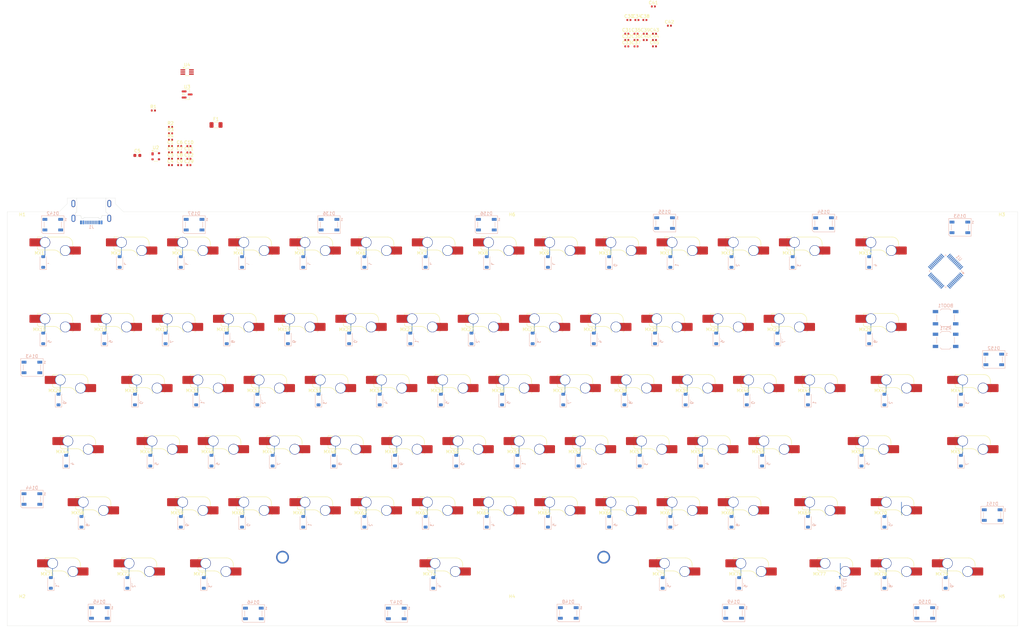
<source format=kicad_pcb>
(kicad_pcb (version 20241229) (generator "pcbnew") (generator_version "9.0")
  (layers (0 "F.Cu" signal) (2 "B.Cu" signal) (13 "F.Paste" user) (15 "B.Paste" user) (5 "F.SilkS" user "F.Silkscreen") (7 "B.SilkS" user "B.Silkscreen") (1 "F.Mask" user) (3 "B.Mask" user) (25 "Edge.Cuts" user))
  (net 0 "")
  (net 1 "BOOT0")
  (net 2 "+3V3")
  (net 3 "GND")
  (net 4 "NRST")
  (net 5 "+5V")
  (net 6 "Net-(D1-A)")
  (net 7 "ROW0")
  (net 8 "Net-(D2-A)")
  (net 9 "Net-(D3-A)")
  (net 10 "Net-(D4-A)")
  (net 11 "Net-(D5-A)")
  (net 12 "Net-(D6-A)")
  (net 13 "Net-(D7-A)")
  (net 14 "Net-(D8-A)")
  (net 15 "Net-(D9-A)")
  (net 16 "Net-(D10-A)")
  (net 17 "Net-(D11-A)")
  (net 18 "Net-(D12-A)")
  (net 19 "Net-(D13-A)")
  (net 20 "Net-(D14-A)")
  (net 21 "ROW1")
  (net 22 "Net-(D15-A)")
  (net 23 "Net-(D16-A)")
  (net 24 "Net-(D17-A)")
  (net 25 "Net-(D18-A)")
  (net 26 "Net-(D19-A)")
  (net 27 "Net-(D20-A)")
  (net 28 "Net-(D21-A)")
  (net 29 "Net-(D22-A)")
  (net 30 "Net-(D23-A)")
  (net 31 "Net-(D24-A)")
  (net 32 "Net-(D25-A)")
  (net 33 "Net-(D26-A)")
  (net 34 "Net-(D27-A)")
  (net 35 "Net-(D28-A)")
  (net 36 "ROW2")
  (net 37 "Net-(D29-A)")
  (net 38 "Net-(D30-A)")
  (net 39 "Net-(D31-A)")
  (net 40 "Net-(D32-A)")
  (net 41 "Net-(D33-A)")
  (net 42 "Net-(D34-A)")
  (net 43 "Net-(D35-A)")
  (net 44 "Net-(D36-A)")
  (net 45 "Net-(D37-A)")
  (net 46 "Net-(D38-A)")
  (net 47 "Net-(D39-A)")
  (net 48 "Net-(D40-A)")
  (net 49 "Net-(D41-A)")
  (net 50 "Net-(D42-A)")
  (net 51 "Net-(D43-A)")
  (net 52 "ROW3")
  (net 53 "Net-(D44-A)")
  (net 54 "Net-(D45-A)")
  (net 55 "Net-(D46-A)")
  (net 56 "Net-(D47-A)")
  (net 57 "Net-(D48-A)")
  (net 58 "Net-(D49-A)")
  (net 59 "Net-(D50-A)")
  (net 60 "Net-(D51-A)")
  (net 61 "Net-(D52-A)")
  (net 62 "Net-(D53-A)")
  (net 63 "Net-(D54-A)")
  (net 64 "Net-(D55-A)")
  (net 65 "Net-(D56-A)")
  (net 66 "Net-(D57-A)")
  (net 67 "ROW4")
  (net 68 "Net-(D58-A)")
  (net 69 "Net-(D59-A)")
  (net 70 "Net-(D60-A)")
  (net 71 "Net-(D61-A)")
  (net 72 "Net-(D62-A)")
  (net 73 "Net-(D63-A)")
  (net 74 "Net-(D64-A)")
  (net 75 "Net-(D65-A)")
  (net 76 "Net-(D66-A)")
  (net 77 "Net-(D67-A)")
  (net 78 "Net-(D68-A)")
  (net 79 "Net-(D69-A)")
  (net 80 "Net-(D70-A)")
  (net 81 "ROW5")
  (net 82 "Net-(D71-A)")
  (net 83 "Net-(D72-A)")
  (net 84 "Net-(D73-A)")
  (net 85 "Net-(D74-A)")
  (net 86 "Net-(D75-A)")
  (net 87 "Net-(D76-A)")
  (net 88 "Net-(D77-A)")
  (net 89 "Net-(D78-A)")
  (net 90 "Net-(D79-A)")
  (net 91 "CAPSLOCK")
  (net 92 "RGB-data-1")
  (net 93 "Net-(D142-DOUT)")
  (net 94 "RGB5v")
  (net 95 "Net-(D143-DOUT)")
  (net 96 "Net-(D144-DOUT)")
  (net 97 "Net-(D145-DOUT)")
  (net 98 "Net-(D146-DOUT)")
  (net 99 "Net-(D147-DOUT)")
  (net 100 "Net-(D148-DOUT)")
  (net 101 "Net-(D149-DOUT)")
  (net 102 "Net-(D150-DOUT)")
  (net 103 "Net-(D151-DOUT)")
  (net 104 "Net-(D152-DOUT)")
  (net 105 "Net-(D153-DOUT)")
  (net 106 "Net-(D154-DOUT)")
  (net 107 "Net-(D155-DOUT)")
  (net 109 "VBUS")
  (net 110 "D-")
  (net 112 "Net-(J1-CC1)")
  (net 113 "D+")
  (net 115 "Net-(J1-CC2)")
  (net 116 "COL0")
  (net 117 "COL1")
  (net 118 "COL2")
  (net 119 "COL3")
  (net 120 "COL4")
  (net 121 "COL5")
  (net 122 "COL6")
  (net 123 "COL7")
  (net 124 "COL8")
  (net 125 "COL9")
  (net 126 "COL10")
  (net 127 "COL11")
  (net 128 "COL12")
  (net 129 "COL13")
  (net 130 "Net-(R3-Pad2)")
  (net 131 "RGB3.3")
  (net 132 "+3.3V")
  (net 133 "SWD")
  (net 138 "SWCLK")
  (net 142 "SCL")
  (net 143 "SDA")
  (footprint "PCM_marbastlib-mx:SW_MX_HS_CPG151101S11_1u" (layer "F.Cu") (at 242.8875 100.0125)
    (property "Reference" "MX54")
    (property "Value" "MX_SW_HS")
  )
  (footprint "PCM_marbastlib-mx:SW_MX_HS_CPG151101S11_1u" (layer "F.Cu") (at 42.8625 80.9625)
    (property "Reference" "MX29")
    (property "Value" "MX_SW_HS")
  )
  (footprint "PCM_marbastlib-mx:SW_MX_HS_CPG151101S11_1u" (layer "F.Cu") (at 95.25 61.9125)
    (property "Reference" "MX18")
    (property "Value" "MX_SW_HS")
  )
  (footprint "Resistor_SMD:R_0402_1005Metric" (layer "F.Cu") (at 74.67 -2.93)
    (property "Reference" "R2")
    (property "Value" "5.1k")
  )
  (footprint "Capacitor_SMD:C_0402_1005Metric" (layer "F.Cu") (at 219.61 -28.06)
    (property "Reference" "C37")
    (property "Value" "0.1uF")
  )
  (footprint "PCM_marbastlib-mx:SW_MX_HS_CPG151101S11_1u" (layer "F.Cu") (at 176.2125 119.0625)
    (property "Reference" "MX64")
    (property "Value" "MX_SW_HS")
  )
  (footprint "Capacitor_SMD:C_0402_1005Metric" (layer "F.Cu") (at 222.48 -30.03)
    (property "Reference" "C40")
    (property "Value" "0.1uF")
  )
  (footprint "PCM_marbastlib-mx:SW_MX_HS_CPG151101S11_1u" (layer "F.Cu") (at 276.225 80.9625)
    (property "Reference" "MX41")
    (property "Value" "MX_SW_HS")
  )
  (footprint "Capacitor_SMD:C_0402_1005Metric" (layer "F.Cu") (at 216.74 -30.03)
    (property "Reference" "C32")
    (property "Value" "0.1uF")
  )
  (footprint "PCM_marbastlib-mx:SW_MX_HS_CPG151101S11_1u" (layer "F.Cu") (at 180.975 80.9625)
    (property "Reference" "MX36")
    (property "Value" "MX_SW_HS")
  )
  (footprint "PCM_marbastlib-mx:SW_MX_HS_CPG151101S11_1u" (layer "F.Cu") (at 319.087 138.1125)
    (property "Reference" "MX79")
    (property "Value" "MX_SW_HS")
  )
  (footprint "Capacitor_SMD:C_0402_1005Metric" (layer "F.Cu") (at 225.35 -30.03)
    (property "Reference" "C44")
    (property "Value" "0.1uF")
  )
  (footprint "MountingHole:MountingHole_3.2mm_M3" (layer "F.Cu") (at 181 147.5)
    (property "Reference" "H4")
    (property "Value" "MountingHole_Pad")
  )
  (footprint "Resistor_SMD:R_0402_1005Metric" (layer "F.Cu") (at 69.32 -8.07)
    (property "Reference" "R1")
    (property "Value" "5.1k")
  )
  (footprint "PCM_marbastlib-mx:SW_MX_HS_CPG151101S11_1u" (layer "F.Cu") (at 166.6875 100.0125)
    (property "Reference" "MX50")
    (property "Value" "MX_SW_HS")
  )
  (footprint "PCM_marbastlib-mx:SW_MX_HS_CPG151101S11_1u" (layer "F.Cu") (at 176.2125 38.1)
    (property "Reference" "MX8")
    (property "Value" "MX_SW_HS")
  )
  (footprint "MountingHole:MountingHole_3.2mm_M3" (layer "F.Cu") (at 333.5 147.5)
    (property "Reference" "H5")
    (property "Value" "MountingHole_Pad")
  )
  (footprint "PCM_marbastlib-mx:SW_MX_HS_CPG151101S11_1u" (layer "F.Cu") (at 261.9375 100.0125)
    (property "Reference" "MX55")
    (property "Value" "MX_SW_HS")
  )
  (footprint "MountingHole:MountingHole_3.2mm_M3" (layer "F.Cu") (at 181 28.5)
    (property "Reference" "H6")
    (property "Value" "MountingHole_Pad")
  )
  (footprint "PCM_marbastlib-mx:SW_MX_HS_CPG151101S11_1u" (layer "F.Cu") (at 66.675 80.9625)
    (property "Reference" "MX30")
    (property "Value" "MX_SW_HS")
  )
  (footprint "Capacitor_SMD:C_0402_1005Metric" (layer "F.Cu") (at 80.39 6.97)
    (property "Reference" "C12")
    (property "Value" "0.1uF")
  )
  (footprint "PCM_marbastlib-mx:SW_MX_HS_CPG151101S11_1u" (layer "F.Cu") (at 38.1 38.1)
    (property "Reference" "MX1")
    (property "Value" "MX_SW_HS")
  )
  (footprint "Fuse:Fuse_1206_3216Metric" (layer "F.Cu") (at 88.83 -3.57)
    (property "Reference" "F1")
    (property "Value" "500mA")
  )
  (footprint "PCM_marbastlib-mx:SW_MX_HS_CPG151101S11_1u" (layer "F.Cu") (at 71.4375 100.0125)
    (property "Reference" "MX45")
    (property "Value" "MX_SW_HS")
  )
  (footprint "PCM_marbastlib-mx:SW_MX_HS_CPG151101S11_1u" (layer "F.Cu") (at 238.125 80.9625)
    (property "Reference" "MX39")
    (property "Value" "MX_SW_HS")
  )
  (footprint "PCM_marbastlib-mx:SW_MX_HS_CPG151101S11_1u" (layer "F.Cu") (at 190.5 61.9125)
    (property "Reference" "MX23")
    (property "Value" "MX_SW_HS")
  )
  (footprint "Package_TO_SOT_SMD:SOT-363_SC-70-6_Handsoldering" (layer "F.Cu") (at 79.83 -20.07)
    (property "Reference" "U4")
    (property "Value" "TXB0101")
  )
  (footprint "PCM_marbastlib-mx:SW_MX_HS_CPG151101S11_1u" (layer "F.Cu") (at 247.65 61.9125)
    (property "Reference" "MX26")
    (property "Value" "MX_SW_HS")
  )
  (footprint "PCM_marbastlib-mx:SW_MX_HS_CPG151101S11_1u" (layer "F.Cu") (at 138.1125 119.0625)
    (property "Reference" "MX62")
    (property "Value" "MX_SW_HS")
  )
  (footprint "PCM_marbastlib-mx:SW_MX_HS_CPG151101S11_1u" (layer "F.Cu") (at 50.00625 119.0625)
    (property "Reference" "MX58")
    (property "Value" "MX_SW_HS")
  )
  (footprint "PCM_marbastlib-mx:SW_MX_HS_CPG151101S11_1u" (layer "F.Cu") (at 257.175 80.9625)
    (property "Reference" "MX40")
    (property "Value" "MX_SW_HS")
  )
  (footprint "PCM_marbastlib-mx:SW_MX_HS_CPG151101S11_1u" (layer "F.Cu") (at 204.7875 100.0125)
    (property "Reference" "MX52")
    (property "Value" "MX_SW_HS")
  )
  (footprint "PCM_marbastlib-mx:SW_MX_HS_CPG151101S11_1u" (layer "F.Cu") (at 300.037 119.0625)
    (property "Reference" "MX70")
    (property "Value" "MX_SW_HS")
  )
  (footprint "PCM_marbastlib-mx:SW_MX_HS_CPG151101S11_1u" (layer "F.Cu") (at 119.0625 119.0625)
    (property "Reference" "MX61")
    (property "Value" "MX_SW_HS")
  )
  (footprint "PCM_marbastlib-mx:SW_MX_HS_CPG151101S11_1u" (layer "F.Cu") (at 295.275 38.1)
    (property "Reference" "MX14")
    (property "Value" "MX_SW_HS")
  )
  (footprint "Capacitor_SMD:C_0402_1005Metric" (layer "F.Cu") (at 216.74 -32)
    (property "Reference" "C31")
    (property "Value" "0.1uF")
  )
  (footprint "PCM_marbastlib-mx:SW_MX_HS_CPG151101S11_1u" (layer "F.Cu") (at 119.0625 38.1)
    (property "Reference" "MX5")
    (property "Value" "MX_SW_HS")
  )
  (footprint "PCM_marbastlib-mx:SW_MX_HS_CPG151101S11_1u" (layer "F.Cu") (at 252.4125 119.0625)
    (property "Reference" "MX68")
    (property "Value" "MX_SW_HS")
  )
  (footprint "PCM_marbastlib-mx:SW_MX_HS_CPG151101S11_1u" (layer "F.Cu") (at 300.0375 80.9625)
    (property "Reference" "MX42")
    (property "Value" "MX_SW_HS")
  )
  (footprint "PCM_marbastlib-mx:SW_MX_HS_CPG151101S11_1u" (layer "F.Cu") (at 254.79375 138.1125)
    (property "Reference" "MX76")
    (property "Value" "MX_SW_HS")
  )
  (footprint "PCM_marbastlib-mx:SW_MX_HS_CPG151101S11_1u" (layer "F.Cu") (at 161.925 80.9625)
    (property "Reference" "MX35")
    (property "Value" "MX_SW_HS")
  )
  (footprint "PCM_marbastlib-mx:SW_MX_HS_CPG151101S11_1u" (layer "F.Cu") (at 300.037 138.1125)
    (property "Reference" "MX78")
    (property "Value" "MX_SW_HS")
  )
  (footprint "PCM_marbastlib-mx:SW_MX_HS_CPG151101S11_1u" (layer "F.Cu") (at 233.3625 38.1)
    (property "Reference" "MX11")
    (property "Value" "MX_SW_HS")
  )
  (footprint "PCM_marbastlib-mx:SW_MX_HS_CPG151101S11_1u" (layer "F.Cu") (at 214.3125 38.1)
    (property "Reference" "MX10")
    (property "Value" "MX_SW_HS")
  )
  (footprint "PCM_marbastlib-mx:SW_MX_HS_CPG151101S11_1u" (layer "F.Cu") (at 138.1125 38.1)
    (property "Reference" "MX6")
    (property "Value" "MX_SW_HS")
  )
  (footprint "Capacitor_SMD:C_0402_1005Metric" (layer "F.Cu") (at 77.52 3.03)
    (property "Reference" "C6")
    (property "Value" "100nF")
  )
  (footprint "Resistor_SMD:R_0402_1005Metric" (layer "F.Cu") (at 74.67 1.05)
    (property "Reference" "R4")
    (property "Value" "5.1k")
  )
  (footprint "PCM_marbastlib-mx:SW_MX_HS_CPG151101S11_1u" (layer "F.Cu") (at 214.3125 119.0625)
    (property "Reference" "MX66")
    (property "Value" "MX_SW_HS")
  )
  (footprint "Capacitor_SMD:C_0402_1005Metric" (layer "F.Cu") (at 80.39 5)
    (property "Reference" "C11")
    (property "Value" "0.1uF")
  )
  (footprint "PCM_marbastlib-mx:SW_MX_HS_CPG151101S11_1u" (layer "F.Cu") (at 276.225 119.0625)
    (property "Reference" "MX69")
    (property "Value" "MX_SW_HS")
  )
  (footprint "PCM_marbastlib-mx:SW_MX_HS_CPG151101S11_1u" (layer "F.Cu") (at 80.9625 38.1)
    (property "Reference" "MX3")
    (property "Value" "MX_SW_HS")
  )
  (footprint "PCM_marbastlib-mx:SW_MX_HS_CPG151101S11_1u" (layer "F.Cu") (at 280.987 138.1125)
    (property "Reference" "MX77")
    (property "Value" "MX_SW_HS")
  )
  (footprint "Capacitor_SMD:C_0402_1005Metric" (layer "F.Cu") (at 74.65 6.97)
    (property "Reference" "C3")
    (property "Value" "1uF")
  )
  (footprint "PCM_marbastlib-mx:SW_MX_HS_CPG151101S11_1u" (layer "F.Cu") (at 85.725 80.9625)
    (property "Reference" "MX31")
    (property "Value" "MX_SW_HS")
  )
  (footprint "Capacitor_SMD:C_0402_1005Metric" (layer "F.Cu") (at 230 -34.5)
    (property "Reference" "C42")
    (property "Value" "0.1uF")
  )
  (footprint "Capacitor_SMD:C_0402_1005Metric" (layer "F.Cu") (at 216.74 -28.06)
    (property "Reference" "C33")
    (property "Value" "0.1uF")
  )
  (footprint "PCM_marbastlib-mx:SW_MX_HS_CPG151101S11_1u" (layer "F.Cu") (at 114.3 61.9125)
    (property "Reference" "MX19")
    (property "Value" "MX_SW_HS")
  )
  (footprint "Capacitor_SMD:C_0603_1608Metric" (layer "F.Cu") (at 64.33 5.93)
    (property "Reference" "C5")
    (property "Value" "10uF")
  )
  (footprint "PCM_marbastlib-mx:SW_MX_HS_CPG151101S11_1u" (layer "F.Cu") (at 252.4125 38.1)
    (property "Reference" "MX12")
    (property "Value" "MX_SW_HS")
  )
  (footprint "PCM_marbastlib-mx:SW_MX_HS_CPG151101S11_1u" (layer "F.Cu") (at 100.0125 119.0625)
    (property "Reference" "MX60")
    (property "Value" "MX_SW_HS")
  )
  (footprint "PCM_marbastlib-mx:SW_MX_HS_CPG151101S11_1u" (layer "F.Cu") (at 219.075 80.9625)
    (property "Reference" "MX38")
    (property "Value" "MX_SW_HS")
  )
  (footprint "Capacitor_SMD:C_0402_1005Metric" (layer "F.Cu") (at 219.61 -30.03)
    (property "Reference" "C36")
    (property "Value" "0.1uF")
  )
  (footprint "PCM_marbastlib-mx:SW_MX_HS_CPG151101S11_1u" (layer "F.Cu") (at 295.275 61.9125)
    (property "Reference" "MX28")
    (property "Value" "MX_SW_HS")
  )
  (footprint "PCM_marbastlib-mx:SW_MX_HS_CPG151101S11_1u" (layer "F.Cu") (at 142.875 80.9625)
    (property "Reference" "MX34")
    (property "Value" "MX_SW_HS")
  )
  (footprint "PCM_marbastlib-mx:SW_MX_HS_CPG151101S11_1u" (layer "F.Cu") (at 228.6 61.9125)
    (property "Reference" "MX25")
    (property "Value" "MX_SW_HS")
  )
  (footprint "PCM_marbastlib-mx:SW_MX_HS_CPG151101S11_1u" (layer "F.Cu") (at 61.9125 38.1)
    (property "Reference" "MX2")
    (property "Value" "MX_SW_HS")
  )
  (footprint "Capacitor_SMD:C_0402_1005Metric" (layer "F.Cu") (at 74.65 8.94)
    (property "Reference" "C4")
    (property "Value" "100nF")
  )
  (footprint "Resistor_SMD:R_0402_1005Metric" (layer "F.Cu") (at 74.67 -0.94)
    (property "Reference" "R3")
    (property "Value" "5.1k")
  )
  (footprint "Capacitor_SMD:C_0402_1005Metric" (layer "F.Cu") (at 225.35 -32)
    (property "Reference" "C43")
    (property "Value" "0.1uF")
  )
  (footprint "PCM_marbastlib-mx:SW_MX_HS_CPG151101S11_1u" (layer "F.Cu") (at 123.825 80.9625)
    (property "Reference" "MX33")
    (property "Value" "MX_SW_HS")
  )
  (footprint "Package_TO_SOT_SMD:SOT-143" (layer "F.Cu") (at 70.07 6.185)
    (property "Reference" "U2")
    (property "Value" "PRTR5V0U2X")
  )
  (footprint "Capacitor_SMD:C_0402_1005Metric" (layer "F.Cu") (at 74.65 5)
    (property "Reference" "C2")
    (property "Value" "1uF")
  )
  (footprint "PCM_marbastlib-mx:SW_MX_HS_CPG151101S11_1u" (layer "F.Cu") (at 195.2625 119.0625)
    (property "Reference" "MX65")
    (property "Value" "MX_SW_HS")
  )
  (footprint "PCM_marbastlib-mx:SW_MX_HS_CPG151101S11_1u" (layer "F.Cu") (at 159.54375 138.1125)
    (property "Reference" "MX74")
    (property "Value" "MX_SW_HS")
  )
  (footprint "PCM_marbastlib-mx:SW_MX_HS_CPG151101S11_1u" (layer "F.Cu") (at 266.7 61.9125)
    (property "Reference" "MX27")
    (property "Value" "MX_SW_HS")
  )
  (footprint "PCM_marbastlib-mx:SW_MX_HS_CPG151101S11_1u" (layer "F.Cu") (at 223.8375 100.0125)
    (property "Reference" "MX53")
    (property "Value" "MX_SW_HS")
  )
  (footprint "Capacitor_SMD:C_0402_1005Metric" (layer "F.Cu") (at 222.48 -32)
    (property "Reference" "C39")
    (property "Value" "0.1uF")
  )
  (footprint "PCM_marbastlib-mx:SW_MX_HS_CPG151101S11_1u" (layer "F.Cu") (at 271.4625 38.1)
    (property "Reference" "MX13")
    (property "Value" "MX_SW_HS")
  )
  (footprint "Capacitor_SMD:C_0402_1005Metric" (layer "F.Cu") (at 74.65 3.03)
    (property "Reference" "C1")
    (property "Value" "100nF")
  )
  (footprint "MountingHole:MountingHole_3.2mm_M3" (layer "F.Cu") (at 28.5 28.5)
    (property "Reference" "H1")
    (property "Value" "MountingHole_Pad")
  )
  (footprint "PCM_marbastlib-mx:SW_MX_HS_CPG151101S11_1u" (layer "F.Cu") (at 209.55 61.9125)
    (property "Reference" "MX24")
    (property "Value" "MX_SW_HS")
  )
  (footprint "PCM_marbastlib-mx:SW_MX_HS_CPG151101S11_1u" (layer "F.Cu") (at 323.8495 100.0125)
    (property "Reference" "MX57")
    (property "Value" "MX_SW_HS")
  )
  (footprint "Capacitor_SMD:C_0402_1005Metric" (layer "F.Cu") (at 80.39 3.03)
    (property "Reference" "C10")
    (property "Value" "100nF")
  )
  (footprint "PCM_marbastlib-mx:SW_MX_HS_CPG151101S11_1u" (layer "F.Cu") (at 104.775 80.9625)
    (property "Reference" "MX32")
    (property "Value" "MX_SW_HS")
  )
  (footprint "PCM_marbastlib-mx:SW_MX_HS_CPG151101S11_1u" (layer "F.Cu") (at 90.4875 100.0125)
    (property "Reference" "MX46")
    (property "Value" "MX_SW_HS")
  )
  (footprint "PCM_marbastlib-mx:SW_MX_HS_CPG151101S11_1u" (layer "F.Cu") (at 152.4 61.9125)
    (property "Reference" "MX21")
    (property "Value" "MX_SW_HS")
  )
  (footprint "Capacitor_SMD:C_0402_1005Metric" (layer "F.Cu") (at 77.52 8.94)
    (property "Reference" "C9")
    (property "Value" "100nF")
  )
  (footprint "Capacitor_SMD:C_0402_1005Metric" (layer "F.Cu") (at 77.52 6.97)
    (property "Reference" "C8")
    (property "Value" "100nF")
  )
  (footprint "PCM_marbastlib-mx:SW_MX_HS_CPG151101S11_1u" (layer "F.Cu") (at 64.29375 138.1125)
    (property "Reference" "MX72")
    (property "Value" "MX_SW_HS")
  )
  (footprint "PCM_marbastlib-mx:SW_MX_HS_CPG151101S11_1u" (layer "F.Cu") (at 157.1625 38.1)
    (property "Reference" "MX7")
    (property "Value" "MX_SW_HS")
  )
  (footprint "PCM_marbastlib-mx:SW_MX_HS_CPG151101S11_1u" (layer "F.Cu") (at 323.8495 80.9625)
    (property "Reference" "MX43")
    (property "Value" "MX_SW_HS")
  )
  (footprint "Capacitor_SMD:C_0402_1005Metric" (layer "F.Cu") (at 219.61 -32)
    (property "Reference" "C35")
    (property "Value" "0.1uF")
  )
  (footprint "PCM_marbastlib-mx:SW_MX_HS_CPG151101S11_1u" (layer "F.Cu") (at 45.24375 100.0125)
    (property "Reference" "MX44")
    (property "Value" "MX_SW_HS")
  )
  (footprint "Capacitor_SMD:C_0402_1005Metric" (layer "F.Cu") (at 219.89 -36.28)
    (property "Reference" "C34")
    (property "Value" "0.1uF")
  )
  (footprint "PCM_marbastlib-mx:SW_MX_HS_CPG151101S11_1u" (layer "F.Cu") (at 147.6375 100.0125)
    (property "Reference" "MX49")
    (property "Value" "MX_SW_HS")
  )
  (footprint "PCM_marbastlib-mx:SW_MX_HS_CPG151101S11_1u" (layer "F.Cu") (at 233.3625 119.0625)
    (property "Reference" "MX67")
    (property "Value" "MX_SW_HS")
  )
  (footprint "PCM_marbastlib-mx:SW_MX_HS_CPG151101S11_1u" (layer "F.Cu") (at 57.15 61.9125)
    (property "Reference" "MX16")
    (property "Value" "MX_SW_HS")
  )
  (footprint "MountingHole:MountingHole_3.2mm_M3" (layer "F.Cu") (at 333.5 28.5)
    (property "Reference" "H3")
    (property "Value" "MountingHole_Pad")
  )
  (footprint "PCM_marbastlib-mx:SW_MX_HS_CPG151101S11_1u" (layer "F.Cu") (at 88.10625 138.1125)
    (property "Reference" "MX73")
    (property "Value" "MX_SW_HS")
  )
  (footprint "PCM_marbastlib-mx:SW_MX_HS_CPG151101S11_1u" (layer "F.Cu") (at 128.5875 100.0125)
    (property "Reference" "MX48")
    (property "Value" "MX_SW_HS")
  )
  (footprint "PCM_marbastlib-mx:SW_MX_HS_CPG151101S11_1u" (layer "F.Cu") (at 157.1625 119.0625)
    (property "Reference" "MX63")
    (property "Value" "MX_SW_HS")
  )
  (footprint "Capacitor_SMD:C_0402_1005Metric" (layer "F.Cu") (at 77.52 5)
    (property "Reference" "C7")
    (property "Value" "100nF")
  )
  (footprint "PCM_marbastlib-mx:SW_MX_HS_CPG151101S11_1u" (layer "F.Cu") (at 185.7375 100.0125)
    (property "Reference" "MX51")
    (property "Value" "MX_SW_HS")
  )
  (footprint "Capacitor_SMD:C_0402_1005Metric" (layer "F.Cu") (at 225 -40.5)
    (property "Reference" "C41")
    (property "Value" "0.1uF")
  )
  (footprint "MountingHole:MountingHole_3.2mm_M3" (layer "F.Cu") (at 28.5 147.5)
    (property "Reference" "H2")
    (property "Value" "MountingHole_Pad")
  )
  (footprint "PCM_marbastlib-mx:SW_MX_HS_CPG151101S11_1u" (layer "F.Cu") (at 133.35 61.9125)
    (property "Reference" "MX20")
    (property "Value" "MX_SW_HS")
  )
  (footprint "Capacitor_SMD:C_0402_1005Metric" (layer "F.Cu") (at 225.35 -28.06)
    (property "Reference" "C45")
    (property "Value" "0.1uF")
  )
  (footprint "PCM_marbastlib-mx:SW_MX_HS_CPG151101S11_1u" (layer "F.Cu") (at 38.1 61.9125)
    (property "Reference" "MX15")
    (property "Value" "MX_SW_HS")
  )
  (footprint "PCM_marbastlib-mx:SW_MX_HS_CPG151101S11_1u" (layer "F.Cu") (at 76.2 61.9125)
    (property "Reference" "MX17")
    (property "Value" "MX_SW_HS")
  )
  (footprint "PCM_marbastlib-mx:SW_MX_HS_CPG151101S11_1u" (layer "F.Cu") (at 100.0125 38.1)
    (property "Reference" "MX4")
    (property "Value" "MX_SW_HS")
  )
  (footprint "Package_TO_SOT_SMD:SOT-23" (layer "F.Cu") (at 79.83 -13.07)
    (property "Reference" "U3")
    (property "Value" "XC6206PxxxMR-Regulator_Linear")
  )
  (footprint "PCM_marbastlib-mx:SW_MX_HS_CPG151101S11_1u" (layer "F.Cu") (at 171.45 61.9125)
    (property "Reference" "MX22")
    (property "Value" "MX_SW_HS")
  )
  (footprint "PCM_marbastlib-mx:SW_MX_HS_CPG151101S11_1u" (layer "F.Cu") (at 80.9625 119.0625)
    (property "Reference" "MX59")
    (property "Value" "MX_SW_HS")
  )
  (footprint "PCM_marbastlib-mx:SW_MX_HS_CPG151101S11_1u" (layer "F.Cu") (at 230.98125 138.1125)
    (property "Reference" "MX75")
    (property "Value" "MX_SW_HS")
  )
  (footprint "PCM_marbastlib-mx:STAB_MX_P_6.25u" (layer "F.Cu") (at 159.54375 138.1125)
    (property "Reference" "S1" (hide yes))
    (property "Value" "MX_stab")
  )
  (footprint "PCM_marbastlib-mx:SW_MX_HS_CPG151101S11_1u" (layer "F.Cu") (at 40.48125 138.1125)
    (property "Reference" "MX71")
    (property "Value" "MX_SW_HS")
  )
  (footprint "Capacitor_SMD:C_0402_1005Metric" (layer "F.Cu") (at 222.37 -36.28)
    (property "Reference" "C38")
    (property "Value" "0.1uF")
  )
  (footprint "Capacitor_SMD:C_0402_1005Metric" (layer "F.Cu") (at 217.39 -36.28)
    (property "Reference" "C30")
    (property "Value" "0.1uF")
  )
  (footprint "PCM_marbastlib-mx:SW_MX_HS_CPG151101S11_1u" (layer "F.Cu") (at 200.025 80.9625)
    (property "Reference" "MX37")
    (property "Value" "MX_SW_HS")
  )
  (footprint "PCM_marbastlib-mx:SW_MX_HS_CPG151101S11_1u" (layer "F.Cu") (at 109.5375 100.0125)
    (property "Reference" "MX47")
    (property "Value" "MX_SW_HS")
  )
  (footprint "Capacitor_SMD:C_0402_1005Metric" (layer "F.Cu") (at 80.39 8.94)
    (property "Reference" "C29")
    (property "Value" "0.1uF")
  )
  (footprint "PCM_marbastlib-mx:SW_MX_HS_CPG151101S11_1u" (layer "F.Cu") (at 195.2625 38.1)
    (property "Reference" "MX9")
    (property "Value" "MX_SW_HS")
  )
  (footprint "PCM_marbastlib-mx:SW_MX_HS_CPG151101S11_1u" (layer "F.Cu") (at 292.89375 100.0125)
    (property "Reference" "MX56")
    (property "Value" "MX_SW_HS")
  )
  (footprint "Diode_SMD:D_SOD-123" (layer "B.Cu") (at 192.1825 120.0925 90)
    (property "Reference" "D65")
    (property "Value" "D")
  )
  (footprint "Diode_SMD:D_SOD-123" (layer "B.Cu") (at 296.957 139.1425 90)
    (property "Reference" "D78")
    (property "Value" "D")
  )
  (footprint "Diode_SMD:D_SOD-123" (layer "B.Cu") (at 244.57 62.9425 90)
    (property "Reference" "D26")
    (property "Value" "D")
  )
  (footprint "Diode_SMD:D_SOD-123" (layer "B.Cu") (at 85.02625 139.1425 90)
    (property "Reference" "D73")
    (property "Value" "D")
  )
  (footprint "Button_Switch_SMD:SW_SPST_TL3342" (layer "B.Cu") (at 316 56.5 180)
    (property "Reference" "BOOT1")
    (property "Value" "SW_SPST")
  )
  (footprint "Diode_SMD:D_SOD-123" (layer "B.Cu") (at 101.695 81.9925 90)
    (property "Reference" "D32")
    (property "Value" "D")
  )
  (footprint "Diode_SMD:D_SOD-123" (layer "B.Cu") (at 96.9325 39.13 90)
    (property "Reference" "D4")
    (property "Value" "D")
  )
  (footprint "Diode_SMD:D_SOD-123" (layer "B.Cu") (at 196.945 81.9925 90)
    (property "Reference" "D37")
    (property "Value" "D")
  )
  (footprint "LED_SMD:LED_WS2812B_PLCC4_5.0x5.0mm_P3.2mm" (layer "B.Cu") (at 330.5 118 180)
    (property "Reference" "D151")
    (property "Value" "WS2812B")
  )
  (footprint "Diode_SMD:D_SOD-123" (layer "B.Cu") (at 158.845 81.9925 90)
    (property "Reference" "D35")
    (property "Value" "D")
  )
  (footprint "LED_SMD:LED_WS2812B_PLCC4_5.0x5.0mm_P3.2mm" (layer "B.Cu") (at 198.5 148.5 180)
    (property "Reference" "D148")
    (property "Value" "WS2812B")
  )
  (footprint "Diode_SMD:D_SOD-123" (layer "B.Cu") (at 46.92625 120.0925 90)
    (property "Reference" "D58")
    (property "Value" "D")
  )
  (footprint "Diode_SMD:D_SOD-123" (layer "B.Cu") (at 220.7575 101.0425 90)
    (property "Reference" "D53")
    (property "Value" "D")
  )
  (footprint "Diode_SMD:D_SOD-123" (layer "B.Cu") (at 235.045 81.9925 90)
    (property "Reference" "D39")
    (property "Value" "D")
  )
  (footprint "Diode_SMD:D_SOD-123" (layer "B.Cu") (at 139.795 81.9925 90)
    (property "Reference" "D34")
    (property "Value" "D")
  )
  (footprint "Diode_SMD:D_SOD-123" (layer "B.Cu") (at 230.2825 120.0925 90)
    (property "Reference" "D67")
    (property "Value" "D")
  )
  (footprint "LED_SMD:LED_WS2812B_PLCC4_5.0x5.0mm_P3.2mm" (layer "B.Cu") (at 228.5 27 180)
    (property "Reference" "D155")
    (property "Value" "WS2812B")
  )
  (footprint "LED_SMD:LED_WS2812B_PLCC4_5.0x5.0mm_P3.2mm" (layer "B.Cu") (at 331 69.5 180)
    (property "Reference" "D152")
    (property "Value" "WS2812B")
  )
  (footprint "Diode_SMD:D_SOD-123" (layer "B.Cu") (at 289.81375 101.0425 90)
    (property "Reference" "D56")
    (property "Value" "D")
  )
  (footprint "Diode_SMD:D_SOD-123" (layer "B.Cu") (at 42.16375 101.0425 90)
    (property "Reference" "D44")
    (property "Value" "D")
  )
  (footprint "Diode_SMD:D_SOD-123" (layer "B.Cu") (at 187.42 62.9425 90)
    (property "Reference" "D23")
    (property "Value" "D")
  )
  (footprint "Diode_SMD:D_SOD-123" (layer "B.Cu") (at 163.6075 101.0425 90)
    (property "Reference" "D50")
    (property "Value" "D")
  )
  (footprint "LED_SMD:LED_WS2812B_PLCC4_5.0x5.0mm_P3.2mm" (layer "B.Cu") (at 173 27.5 180)
    (property "Reference" "D156")
    (property "Value" "WS2812B")
  )
  (footprint "LED_SMD:LED_WS2812B_PLCC4_5.0x5.0mm_P3.2mm" (layer "B.Cu") (at 250 148.5 180)
    (property "Reference" "D149")
    (property "Value" "WS2812B")
  )
  (footprint "Diode_SMD:D_SOD-123" (layer "B.Cu") (at 211.2325 39.13 90)
    (property "Reference" "D10")
    (property "Value" "D")
  )
  (footprint "Package_QFP:LQFP-48_7x7mm_P0.5mm" (layer "B.Cu") (at 316 42 135)
    (property "Reference" "U1")
    (property "Value" "STM32F072CBT6")
  )
  (footprint "Diode_SMD:D_SOD-123" (layer "B.Cu") (at 227.90125 139.1425 90)
    (property "Reference" "D75")
    (property "Value" "D")
  )
  (footprint "Diode_SMD:D_SOD-123" (layer "B.Cu") (at 96.9325 120.0925 90)
    (property "Reference" "D60")
    (property "Value" "D")
  )
  (footprint "Diode_SMD:D_SOD-123" (layer "B.Cu") (at 135.0325 39.13 90)
    (property "Reference" "D6")
    (property "Value" "D")
  )
  (footprint "Diode_SMD:D_SOD-123" (layer "B.Cu") (at 206.47 62.9425 90)
    (property "Reference" "D24")
    (property "Value" "D")
  )
  (footprint "Diode_SMD:D_SOD-123" (layer "B.Cu") (at 282.67 139.1425 90)
    (property "Reference" "D77")
    (property "Value" "D")
  )
  (footprint "Diode_SMD:D_SOD-123" (layer "B.Cu") (at 135.0325 120.0925 90)
    (property "Reference" "D62")
    (property "Value" "D")
  )
  (footprint "Diode_SMD:D_SOD-123" (layer "B.Cu") (at 106.4575 101.0425 90)
    (property "Reference" "D47")
    (property "Value" "D")
  )
  (footprint "Diode_SMD:D_SOD-123" (layer "B.Cu") (at 239.8075 101.0425 90)
    (property "Reference" "D54")
    (property "Value" "D")
  )
  (footprint "Diode_SMD:D_SOD-123" (layer "B.Cu") (at 173.1325 120.0925 90)
    (property "Reference" "D64")
    (property "Value" "D")
  )
  (footprint "Diode_SMD:D_SOD-123" (layer "B.Cu") (at 296.9575 81.9925 90)
    (property "Reference" "D42")
    (property "Value" "D")
  )
  (footprint "Diode_SMD:D_SOD-123" (layer "B.Cu") (at 182.6575 101.0425 90)
    (property "Reference" "D51")
    (property "Value" "D")
  )
  (footprint "LED_SMD:LED_WS2812B_PLCC4_5.0x5.0mm_P3.2mm" (layer "B.Cu") (at 31.5 113 180)
    (property "Reference" "D144")
    (property "Value" "WS2812B")
  )
  (footprint "Diode_SMD:D_SOD-123" (layer "B.Cu") (at 249.3325 120.0925 90)
    (property "Reference" "D68")
    (property "Value" "D")
  )
  (footprint "Diode_SMD:D_SOD-123" (layer "B.Cu") (at 320.7695 81.9925 90)
    (property "Reference" "D43")
    (property "Value" "D")
  )
  (footprint "Diode_SMD:D_SOD-123" (layer "B.Cu") (at 230.2825 39.13 90)
    (property "Reference" "D11")
    (property "Value" "D")
  )
  (footprint "LED_SMD:LED_WS2812B_PLCC4_5.0x5.0mm_P3.2mm" (layer "B.Cu") (at 52.5 148.5 180)
    (property "Reference" "D145")
    (property "Value" "WS2812B")
  )
  (footprint "Diode_SMD:D_SOD-123" (layer "B.Cu") (at 154.0825 120.0925 90)
    (property "Reference" "D63")
    (property "Value" "D")
  )
  (footprint "Diode_SMD:D_SOD-123" (layer "B.Cu") (at 168.37 62.9425 90)
    (property "Reference" "D22")
    (property "Value" "D")
  )
  (footprint "Diode_SMD:D_SOD-123" (layer "B.Cu") (at 211.2325 120.0925 90)
    (property "Reference" "D66")
    (property "Value" "D")
  )
  (footprint "Diode_SMD:D_SOD-123" (layer "B.Cu") (at 87.4075 101.0425 90)
    (property "Reference" "D46")
    (property "Value" "D")
  )
  (footprint "LED_SMD:LED_WS2812B_PLCC4_5.0x5.0mm_P3.2mm" (layer "B.Cu") (at 278 27 180)
    (property "Reference" "D154")
    (property "Value" "WS2812B")
  )
  (footprint "Diode_SMD:D_SOD-123" (layer "B.Cu") (at 54.07 62.9425 90)
    (property "Reference" "D16")
    (property "Value" "D")
  )
  (footprint "Diode_SMD:D_SOD-123" (layer "B.Cu") (at 92.17 62.9425 90)
    (property "Reference" "D18")
    (property "Value" "D")
  )
  (footprint "Diode_SMD:D_SOD-123" (layer "B.Cu") (at 173.1325 39.13 90)
    (property "Reference" "D8")
    (property "Value" "D")
  )
  (footprint "Diode_SMD:D_SOD-123" (layer "B.Cu") (at 273.145 81.9925 90)
    (property "Reference" "D41")
    (property "Value" "D")
  )
  (footprint "Diode_SMD:D_SOD-123" (layer "B.Cu") (at 156.46375 139.1425 90)
    (property "Reference" "D74")
    (property "Value" "D")
  )
  (footprint "Diode_SMD:D_SOD-123" (layer "B.Cu") (at 61.21375 139.1425 90)
    (property "Reference" "D72")
    (property "Value" "D")
  )
  (footprint "Diode_SMD:D_SOD-123" (layer "B.Cu") (at 215.995 81.9925 90)
    (property "Reference" "D38")
    (property "Value" "D")
  )
  (footprint "Diode_SMD:D_SOD-123" (layer "B.Cu") (at 192.1825 39.13 90)
    (property "Reference" "D9")
    (property "Value" "D")
  )
  (footprint "Diode_SMD:D_SOD-123" (layer "B.Cu") (at 201.7075 101.0425 90)
    (property "Reference" "D52")
    (property "Value" "D")
  )
  (footprint "Diode_SMD:D_SOD-123" (layer "B.Cu") (at 273.145 120.0925 90)
    (property "Reference" "D69")
    (property "Value" "D")
  )
  (footprint "LED_SMD:LED_WS2812B_PLCC4_5.0x5.0mm_P3.2mm" (layer "B.Cu") (at 82 27.5 180)
    (property "Reference" "D157")
    (property "Value" "WS2812B")
  )
  (footprint "Diode_SMD:D_SOD-123" (layer "B.Cu") (at 249.3325 39.13 90)
    (property "Reference" "D12")
    (property "Value" "D")
  )
  (footprint "Diode_SMD:D_SOD-123" (layer "B.Cu") (at 115.9825 120.0925 90)
    (property "Reference" "D61")
    (property "Value" "D")
  )
  (footprint "Diode_SMD:D_SOD-123" (layer "B.Cu") (at 120.745 81.9925 90)
    (property "Reference" "D33")
    (property "Value" "D")
  )
  (footprint "LED_SMD:LED_WS2812B_PLCC4_5.0x5.0mm_P3.2mm" (layer "B.Cu") (at 320.45 28.35 180)
    (property "Reference" "D153")
    (property "Value" "WS2812B")
  )
  (footprint "Button_Switch_SMD:SW_SPST_TL3342" (layer "B.Cu") (at 316 63.55 180)
    (property "Reference" "RST1")
    (property "Value" "SW_SPST")
  )
  (footprint "Diode_SMD:D_SOD-123" (layer "B.Cu") (at 77.8825 120.0925 90)
    (property "Reference" "D59")
    (property "Value" "D")
  )
  (footprint "PCM_marbastlib-various:USB_C_Receptacle_HRO_TYPE-C-31-M-14" (layer "B.Cu") (at 50 25.6025)
    (property "Reference" "J1")
    (property "Value" "USB_C_Receptacle_USB2.0")
    (fp_line (start -4.554999 -2.075821) (end -4.554999 -6.435) (stroke (width 0.08)) (layer "Edge.Cuts"))
    (fp_line (start -3.404998 -0.905) (end -4.554999 -0.905) (stroke (width 0.08)) (layer "Edge.Cuts"))
    (fp_line (start -3.204999 -0.505) (end -3.204999 -0.705) (stroke (width 0.08)) (layer "Edge.Cuts"))
    (fp_line (start -0.004999 -0.355) (end -2.098781 -0.355) (stroke (width 0.08)) (layer "Edge.Cuts"))
    (fp_line (start -0.004999 -0.355) (end 2.088783 -0.355) (stroke (width 0.08)) (layer "Edge.Cuts"))
    (fp_line (start 3.195001 -0.505) (end 3.195001 -0.705) (stroke (width 0.08)) (layer "Edge.Cuts"))
    (fp_line (start 3.395 -0.905) (end 4.545001 -0.905) (stroke (width 0.08)) (layer "Edge.Cuts"))
    (fp_line (start 4.545001 -2.075821) (end 4.545001 -6.435) (stroke (width 0.08)) (layer "Edge.Cuts"))
    (fp_arc (start -4.554999 -2.075821) (mid -4.594642 -1.956298) (end -4.697856 -1.884158) (stroke (width 0.08)) (layer "Edge.Cuts"))
    (fp_arc (start -4.554999 -0.905) (mid -5.04976 -1.332815) (end -4.697856 -1.884157) (stroke (width 0.08)) (layer "Edge.Cuts"))
    (fp_arc (start -3.404998 -0.905) (mid -3.263577 -0.846421) (end -3.204998 -0.705) (stroke (width 0.08)) (layer "Edge.Cuts"))
    (fp_arc (start -2.271986 -0.255) (mid -2.834409 -0.022037) (end -3.204999 -0.505) (stroke (width 0.08)) (layer "Edge.Cuts"))
    (fp_arc (start -2.271986 -0.255) (mid -2.198781 -0.328205) (end -2.098781 -0.355) (stroke (width 0.08)) (layer "Edge.Cuts"))
    (fp_arc (start 2.088783 -0.355) (mid 2.188789 -0.328211) (end 2.261988 -0.255) (stroke (width 0.08)) (layer "Edge.Cuts"))
    (fp_arc (start 3.195001 -0.705) (mid 3.253579 -0.846421) (end 3.395 -0.904999) (stroke (width 0.08)) (layer "Edge.Cuts"))
    (fp_arc (start 3.195001 -0.505) (mid 2.82441 -0.022036) (end 2.261988 -0.255) (stroke (width 0.08)) (layer "Edge.Cuts"))
    (fp_arc (start 4.687858 -1.884158) (mid 4.584652 -1.9563) (end 4.545001 -2.075821) (stroke (width 0.08)) (layer "Edge.Cuts"))
    (fp_arc (start 4.687858 -1.884158) (mid 5.039763 -1.332815) (end 4.545001 -0.904999) (stroke (width 0.08)) (layer "Edge.Cuts"))
  )
  (footprint "LED_SMD:LED_WS2812B_PLCC4_5.0x5.0mm_P3.2mm" (layer "B.Cu") (at 124 27.5 180)
    (property "Reference" "D136")
    (property "Value" "WS2812B")
  )
  (footprint "Diode_SMD:D_SOD-123" (layer "B.Cu") (at 316.007 139.1425 90)
    (property "Reference" "D79")
    (property "Value" "D")
  )
  (footprint "Diode_SMD:D_SOD-123" (layer "B.Cu") (at 320.7695 101.0425 90)
    (property "Reference" "D57")
    (property "Value" "D")
  )
  (footprint "Diode_SMD:D_SOD-123" (layer "B.Cu") (at 154.0825 39.13 90)
    (property "Reference" "D7")
    (property "Value" "D")
  )
  (footprint "Diode_SMD:D_SOD-123" (layer "B.Cu") (at 251.71375 139.1425 90)
    (property "Reference" "D76")
    (property "Value" "D")
  )
  (footprint "LED_SMD:LED_WS2812B_PLCC4_5.0x5.0mm_P3.2mm" (layer "B.Cu") (at 100.45 148.65 180)
    (property "Reference" "D146")
    (property "Value" "WS2812B")
  )
  (footprint "Diode_SMD:D_SOD-123" (layer "B.Cu") (at 125.5075 101.0425 90)
    (property "Reference" "D48")
    (property "Value" "D")
  )
  (footprint "Diode_SMD:D_SOD-123" (layer "B.Cu") (at 144.5575 101.0425 90)
    (property "Reference" "D49")
    (property "Value" "D")
  )
  (footprint "Diode_SMD:D_SOD-123" (layer "B.Cu") (at 73.12 62.9425 90)
    (property "Reference" "D17")
    (property "Value" "D")
  )
  (footprint "Diode_SMD:D_SOD-123" (layer "B.Cu") (at 130.27 62.9425 90)
    (property "Reference" "D20")
    (property "Value" "D")
  )
  (footprint "Diode_SMD:D_SOD-123" (layer "B.Cu") (at 254.095 81.9925 90)
    (property "Reference" "D40")
    (property "Value" "D")
  )
  (footprint "LED_SMD:LED_WS2812B_PLCC4_5.0x5.0mm_P3.2mm" (layer "B.Cu") (at 31.5 72 180)
    (property "Reference" "D143")
    (property "Value" "WS2812B")
  )
  (footprint "Diode_SMD:D_SOD-123" (layer "B.Cu") (at 37.40125 139.1425 90)
    (property "Reference" "D71")
    (property "Value" "D")
  )
  (footprint "Diode_SMD:D_SOD-123" (layer "B.Cu") (at 63.595 81.9925 90)
    (property "Reference" "D30")
    (property "Value" "D")
  )
  (footprint "Diode_SMD:D_SOD-123" (layer "B.Cu") (at 68.3575 101.0425 90)
    (property "Reference" "D45")
    (property "Value" "D")
  )
  (footprint "Diode_SMD:D_SOD-123" (layer "B.Cu") (at 296.957 120.0925 90)
    (property "Reference" "D70")
    (property "Value" "D")
  )
  (footprint "Diode_SMD:D_SOD-123" (layer "B.Cu") (at 149.32 62.9425 90)
    (property "Reference" "D21")
    (property "Value" "D")
  )
  (footprint "Diode_SMD:D_SOD-123" (layer "B.Cu") (at 35.02 39.13 90)
    (property "Reference" "D1")
    (property "Value" "D")
  )
  (footprint "LED_SMD:LED_WS2812B_PLCC4_5.0x5.0mm_P3.2mm" (layer "B.Cu") (at 309.5 148.5 180)
    (property "Reference" "D150")
    (property "Value" "WS2812B")
  )
  (footprint "Diode_SMD:D_SOD-123" (layer "B.Cu") (at 82.645 81.9925 90)
    (property "Reference" "D31")
    (property "Value" "D")
  )
  (footprint "Diode_SMD:D_SOD-123" (layer "B.Cu") (at 268.3825 39.13 90)
    (property "Reference" "D13")
    (property "Value" "D")
  )
  (footprint "Diode_SMD:D_SOD-123" (layer "B.Cu") (at 292.195 62.9425 90)
    (property "Reference" "D28")
    (property "Value" "D")
  )
  (footprint "Diode_SMD:D_SOD-123" (layer "B.Cu") (at 115.9825 39.13 90)
    (property "Reference" "D5")
    (property "Value" "D")
  )
  (footprint "Diode_SMD:D_SOD-123" (layer "B.Cu") (at 77.8825 39.13 90)
    (property "Reference" "D3")
    (property "Value" "D")
  )
  (footprint "Diode_SMD:D_SOD-123" (layer "B.Cu") (at 225.52 62.9425 90)
    (property "Reference" "D25")
    (property "Value" "D")
  )
  (footprint "Diode_SMD:D_SOD-123" (layer "B.Cu") (at 39.7825 81.9925 90)
    (property "Reference" "D29")
    (property "Value" "D")
  )
  (footprint "Diode_SMD:D_SOD-123" (layer "B.Cu") (at 177.895 81.9925 90)
    (property "Reference" "D36")
    (property "Value" "D")
  )
  (footprint "Diode_SMD:D_SOD-123" (layer "B.Cu") (at 111.22 62.9425 90)
    (property "Reference" "D19")
    (property "Value" "D")
  )
  (footprint "Diode_SMD:D_SOD-123" (layer "B.Cu") (at 258.8575 101.0425 90)
    (property "Reference" "D55")
    (property "Value" "D")
  )
  (footprint "Diode_SMD:D_SOD-123" (layer "B.Cu") (at 292.195 39.13 90)
    (property "Reference" "D14")
    (property "Value" "D")
  )
  (footprint "Diode_SMD:D_SOD-123" (layer "B.Cu") (at 35.02 62.9425 90)
    (property "Reference" "D15")
    (property "Value" "D")
  )
  (footprint "LED_SMD:LED_WS2812B_PLCC4_5.0x5.0mm_P3.2mm" (layer "B.Cu") (at 144.95 148.65 180)
    (property "Reference" "D147")
    (property "Value" "WS2812B")
  )
  (footprint "Diode_SMD:D_SOD-123" (layer "B.Cu") (at 263.62 62.9425 90)
    (property "Reference" "D27")
    (property "Value" "D")
  )
  (footprint "Diode_SMD:D_SOD-123" (layer "B.Cu") (at 58.8325 39.13 90)
    (property "Reference" "D2")
    (property "Value" "D")
  )
  (footprint "LED_SMD:LED_WS2812B_PLCC4_5.0x5.0mm_P3.2mm" (layer "B.Cu") (at 38 27.5 180)
    (property "Reference" "D142")
    (property "Value" "WS2812B")
  )
  (gr_line (start 338.5 23.5) (end 338.5 32.5) (stroke (width 0.05)) (layer "Edge.Cuts"))
  (gr_line (start 338.5 147.5) (end 338.5 32.5) (stroke (width 0.05)) (layer "Edge.Cuts"))
  (gr_line (start 42.5 19.1675) (end 42.5 21) (stroke (width 0.05)) (layer "Edge.Cuts"))
  (gr_line (start 338.5 23.5) (end 336 23.5) (stroke (width 0.05)) (layer "Edge.Cuts"))
  (gr_line (start 57.5 19.1675) (end 57.5 21) (stroke (width 0.05)) (layer "Edge.Cuts"))
  (gr_line (start 42.5 21) (end 40 23.5) (stroke (width 0.05)) (layer "Edge.Cuts"))
  (gr_line (start 54.554999 19.1675) (end 57.5 19.1675) (stroke (width 0.05)) (layer "Edge.Cuts"))
  (gr_line (start 23.8 145) (end 23.8 152.5) (stroke (width 0.05)) (layer "Edge.Cuts"))
  (gr_line (start 329 152.5) (end 338.5 152.5) (stroke (width 0.05)) (layer "Edge.Cuts"))
  (gr_line (start 54.554999 19.1675) (end 45.454999 19.1675) (stroke (width 0.05)) (layer "Edge.Cuts"))
  (gr_line (start 57.5 21) (end 60 23.5) (stroke (width 0.05)) (layer "Edge.Cuts"))
  (gr_line (start 23.8 152.5) (end 24 152.5) (stroke (width 0.05)) (layer "Edge.Cuts"))
  (gr_line (start 40 23.5) (end 23.8 23.5) (stroke (width 0.05)) (layer "Edge.Cuts"))
  (gr_line (start 28.5 152.5) (end 24 152.5) (stroke (width 0.05)) (layer "Edge.Cuts"))
  (gr_line (start 60 23.5) (end 333.5 23.5) (stroke (width 0.05)) (layer "Edge.Cuts"))
  (gr_line (start 23.8 61.5) (end 23.8 26.5) (stroke (width 0.05)) (layer "Edge.Cuts"))
  (gr_line (start 23.8 23.5) (end 23.8 26.5) (stroke (width 0.05)) (layer "Edge.Cuts"))
  (gr_line (start 333.5 23.5) (end 336 23.5) (stroke (width 0.05)) (layer "Edge.Cuts"))
  (gr_line (start 45.454999 19.1675) (end 42.5 19.1675) (stroke (width 0.05)) (layer "Edge.Cuts"))
  (gr_line (start 28.5 152.5) (end 329 152.5) (stroke (width 0.05)) (layer "Edge.Cuts"))
  (gr_line (start 23.8 61.5) (end 23.8 145) (stroke (width 0.05)) (layer "Edge.Cuts"))
  (gr_line (start 338.5 147.5) (end 338.5 152.5) (stroke (width 0.05)) (layer "Edge.Cuts"))
  (segment (start 35.56 36.94) (end 35.02 37.48) (width 0.2) (layer "B.Cu") (net 6))
  (segment (start 35.56 33.02) (end 35.56 36.94) (width 0.2) (layer "B.Cu") (net 6))
  (segment (start 59.3725 33.02) (end 59.3725 36.94) (width 0.2) (layer "B.Cu") (net 8))
  (segment (start 59.3725 36.94) (end 58.8325 37.48) (width 0.2) (layer "B.Cu") (net 8))
  (segment (start 78.4225 36.94) (end 77.8825 37.48) (width 0.2) (layer "B.Cu") (net 9))
  (segment (start 78.4225 33.02) (end 78.4225 36.94) (width 0.2) (layer "B.Cu") (net 9))
  (segment (start 97.4725 33.02) (end 97.4725 36.94) (width 0.2) (layer "B.Cu") (net 10))
  (segment (start 97.4725 36.94) (end 96.9325 37.48) (width 0.2) (layer "B.Cu") (net 10))
  (segment (start 116.5225 36.94) (end 115.9825 37.48) (width 0.2) (layer "B.Cu") (net 11))
  (segment (start 116.5225 33.02) (end 116.5225 36.94) (width 0.2) (layer "B.Cu") (net 11))
  (segment (start 135.5725 33.02) (end 135.5725 36.94) (width 0.2) (layer "B.Cu") (net 12))
  (segment (start 135.5725 36.94) (end 135.0325 37.48) (width 0.2) (layer "B.Cu") (net 12))
  (segment (start 154.6225 36.94) (end 154.0825 37.48) (width 0.2) (layer "B.Cu") (net 13))
  (segment (start 154.6225 33.02) (end 154.6225 36.94) (width 0.2) (layer "B.Cu") (net 13))
  (segment (start 173.6725 36.94) (end 173.1325 37.48) (width 0.2) (layer "B.Cu") (net 14))
  (segment (start 173.6725 33.02) (end 173.6725 36.94) (width 0.2) (layer "B.Cu") (net 14))
  (segment (start 192.7225 36.94) (end 192.1825 37.48) (width 0.2) (layer "B.Cu") (net 15))
  (segment (start 192.7225 33.02) (end 192.7225 36.94) (width 0.2) (layer "B.Cu") (net 15))
  (segment (start 211.7725 36.94) (end 211.2325 37.48) (width 0.2) (layer "B.Cu") (net 16))
  (segment (start 211.7725 33.02) (end 211.7725 36.94) (width 0.2) (layer "B.Cu") (net 16))
  (segment (start 230.8225 33.02) (end 230.8225 36.94) (width 0.2) (layer "B.Cu") (net 17))
  (segment (start 230.8225 36.94) (end 230.2825 37.48) (width 0.2) (layer "B.Cu") (net 17))
  (segment (start 249.8725 36.94) (end 249.3325 37.48) (width 0.2) (layer "B.Cu") (net 18))
  (segment (start 249.8725 33.02) (end 249.8725 36.94) (width 0.2) (layer "B.Cu") (net 18))
  (segment (start 268.9225 36.94) (end 268.3825 37.48) (width 0.2) (layer "B.Cu") (net 19))
  (segment (start 268.9225 33.02) (end 268.9225 36.94) (width 0.2) (layer "B.Cu") (net 19))
  (segment (start 292.735 36.94) (end 292.195 37.48) (width 0.2) (layer "B.Cu") (net 20))
  (segment (start 292.735 33.02) (end 292.735 36.94) (width 0.2) (layer "B.Cu") (net 20))
  (segment (start 35.56 60.7525) (end 35.02 61.2925) (width 0.2) (layer "B.Cu") (net 22))
  (segment (start 35.56 56.8325) (end 35.56 60.7525) (width 0.2) (layer "B.Cu") (net 22))
  (segment (start 54.61 56.8325) (end 54.61 60.7525) (width 0.2) (layer "B.Cu") (net 23))
  (segment (start 54.61 60.7525) (end 54.07 61.2925) (width 0.2) (layer "B.Cu") (net 23))
  (segment (start 73.66 56.8325) (end 73.66 60.7525) (width 0.2) (layer "B.Cu") (net 24))
  (segment (start 73.66 60.7525) (end 73.12 61.2925) (width 0.2) (layer "B.Cu") (net 24))
  (segment (start 92.71 60.7525) (end 92.17 61.2925) (width 0.2) (layer "B.Cu") (net 25))
  (segment (start 92.71 56.8325) (end 92.71 60.7525) (width 0.2) (layer "B.Cu") (net 25))
  (segment (start 111.76 56.8325) (end 111.76 60.7525) (width 0.2) (layer "B.Cu") (net 26))
  (segment (start 111.76 60.7525) (end 111.22 61.2925) (width 0.2) (layer "B.Cu") (net 26))
  (segment (start 130.81 56.8325) (end 130.81 60.7525) (width 0.2) (layer "B.Cu") (net 27))
  (segment (start 130.81 60.7525) (end 130.27 61.2925) (width 0.2) (layer "B.Cu") (net 27))
  (segment (start 149.86 56.8325) (end 149.86 60.7525) (width 0.2) (layer "B.Cu") (net 28))
  (segment (start 149.86 60.7525) (end 149.32 61.2925) (width 0.2) (layer "B.Cu") (net 28))
  (segment (start 168.91 56.8325) (end 168.91 60.7525) (width 0.2) (layer "B.Cu") (net 29))
  (segment (start 168.91 60.7525) (end 168.37 61.2925) (width 0.2) (layer "B.Cu") (net 29))
  (segment (start 187.96 60.7525) (end 187.42 61.2925) (width 0.2) (layer "B.Cu") (net 30))
  (segment (start 187.96 56.8325) (end 187.96 60.7525) (width 0.2) (layer "B.Cu") (net 30))
  (segment (start 207.01 60.7525) (end 206.47 61.2925) (width 0.2) (layer "B.Cu") (net 31))
  (segment (start 207.01 56.8325) (end 207.01 60.7525) (width 0.2) (layer "B.Cu") (net 31))
  (segment (start 226.06 56.8325) (end 226.06 60.7525) (width 0.2) (layer "B.Cu") (net 32))
  (segment (start 226.06 60.7525) (end 225.52 61.2925) (width 0.2) (layer "B.Cu") (net 32))
  (segment (start 245.11 56.8325) (end 245.11 60.7525) (width 0.2) (layer "B.Cu") (net 33))
  (segment (start 245.11 60.7525) (end 244.57 61.2925) (width 0.2) (layer "B.Cu") (net 33))
  (segment (start 264.16 56.8325) (end 264.16 60.7525) (width 0.2) (layer "B.Cu") (net 34))
  (segment (start 264.16 60.7525) (end 263.62 61.2925) (width 0.2) (layer "B.Cu") (net 34))
  (segment (start 292.735 56.8325) (end 292.735 60.7525) (width 0.2) (layer "B.Cu") (net 35))
  (segment (start 292.735 60.7525) (end 292.195 61.2925) (width 0.2) (layer "B.Cu") (net 35))
  (segment (start 40.3225 75.8825) (end 40.3225 79.8025) (width 0.2) (layer "B.Cu") (net 37))
  (segment (start 40.3225 79.8025) (end 39.7825 80.3425) (width 0.2) (layer "B.Cu") (net 37))
  (segment (start 64.135 79.8025) (end 63.595 80.3425) (width 0.2) (layer "B.Cu") (net 38))
  (segment (start 64.135 75.8825) (end 64.135 79.8025) (width 0.2) (layer "B.Cu") (net 38))
  (segment (start 83.185 79.8025) (end 82.645 80.3425) (width 0.2) (layer "B.Cu") (net 39))
  (segment (start 83.185 75.8825) (end 83.185 79.8025) (width 0.2) (layer "B.Cu") (net 39))
  (segment (start 102.235 79.8025) (end 101.695 80.3425) (width 0.2) (layer "B.Cu") (net 40))
  (segment (start 102.235 75.8825) (end 102.235 79.8025) (width 0.2) (layer "B.Cu") (net 40))
  (segment (start 121.285 75.8825) (end 121.285 79.8025) (width 0.2) (layer "B.Cu") (net 41))
  (segment (start 121.285 79.8025) (end 120.745 80.3425) (width 0.2) (layer "B.Cu") (net 41))
  (segment (start 140.335 75.8825) (end 140.335 79.8025) (width 0.2) (layer "B.Cu") (net 42))
  (segment (start 140.335 79.8025) (end 139.795 80.3425) (width 0.2) (layer "B.Cu") (net 42))
  (segment (start 159.385 79.8025) (end 158.845 80.3425) (width 0.2) (layer "B.Cu") (net 43))
  (segment (start 159.385 75.8825) (end 159.385 79.8025) (width 0.2) (layer "B.Cu") (net 43))
  (segment (start 178.435 75.8825) (end 178.435 79.8025) (width 0.2) (layer "B.Cu") (net 44))
  (segment (start 178.435 79.8025) (end 177.895 80.3425) (width 0.2) (layer "B.Cu") (net 44))
  (segment (start 197.485 79.8025) (end 196.945 80.3425) (width 0.2) (layer "B.Cu") (net 45))
  (segment (start 197.485 75.8825) (end 197.485 79.8025) (width 0.2) (layer "B.Cu") (net 45))
  (segment (start 216.535 75.8825) (end 216.535 79.8025) (width 0.2) (layer "B.Cu") (net 46))
  (segment (start 216.535 79.8025) (end 215.995 80.3425) (width 0.2) (layer "B.Cu") (net 46))
  (segment (start 235.585 79.8025) (end 235.045 80.3425) (width 0.2) (layer "B.Cu") (net 47))
  (segment (start 235.585 75.8825) (end 235.585 79.8025) (width 0.2) (layer "B.Cu") (net 47))
  (segment (start 254.635 79.8025) (end 254.095 80.3425) (width 0.2) (layer "B.Cu") (net 48))
  (segment (start 254.635 75.8825) (end 254.635 79.8025) (width 0.2) (layer "B.Cu") (net 48))
  (segment (start 273.685 79.8025) (end 273.145 80.3425) (width 0.2) (layer "B.Cu") (net 49))
  (segment (start 273.685 75.8825) (end 273.685 79.8025) (width 0.2) (layer "B.Cu") (net 49))
  (segment (start 297.4975 79.8025) (end 296.9575 80.3425) (width 0.2) (layer "B.Cu") (net 50))
  (segment (start 297.4975 75.8825) (end 297.4975 79.8025) (width 0.2) (layer "B.Cu") (net 50))
  (segment (start 321.3095 79.8025) (end 320.7695 80.3425) (width 0.2) (layer "B.Cu") (net 51))
  (segment (start 321.3095 75.8825) (end 321.3095 79.8025) (width 0.2) (layer "B.Cu") (net 51))
  (segment (start 42.70375 98.8525) (end 42.16375 99.3925) (width 0.2) (layer "B.Cu") (net 53))
  (segment (start 42.70375 94.9325) (end 42.70375 98.8525) (width 0.2) (layer "B.Cu") (net 53))
  (segment (start 68.8975 94.9325) (end 68.8975 98.8525) (width 0.2) (layer "B.Cu") (net 54))
  (segment (start 68.8975 98.8525) (end 68.3575 99.3925) (width 0.2) (layer "B.Cu") (net 54))
  (segment (start 87.9475 98.8525) (end 87.4075 99.3925) (width 0.2) (layer "B.Cu") (net 55))
  (segment (start 87.9475 94.9325) (end 87.9475 98.8525) (width 0.2) (layer "B.Cu") (net 55))
  (segment (start 106.9975 98.8525) (end 106.4575 99.3925) (width 0.2) (layer "B.Cu") (net 56))
  (segment (start 106.9975 94.9325) (end 106.9975 98.8525) (width 0.2) (layer "B.Cu") (net 56))
  (segment (start 126.0475 98.8525) (end 125.5075 99.3925) (width 0.2) (layer "B.Cu") (net 57))
  (segment (start 126.0475 94.9325) (end 126.0475 98.8525) (width 0.2) (layer "B.Cu") (net 57))
  (segment (start 145.0975 94.9325) (end 145.0975 98.8525) (width 0.2) (layer "B.Cu") (net 58))
  (segment (start 145.0975 98.8525) (end 144.5575 99.3925) (width 0.2) (layer "B.Cu") (net 58))
  (segment (start 164.1475 94.9325) (end 164.1475 98.8525) (width 0.2) (layer "B.Cu") (net 59))
  (segment (start 164.1475 98.8525) (end 163.6075 99.3925) (width 0.2) (layer "B.Cu") (net 59))
  (segment (start 183.1975 94.9325) (end 183.1975 98.8525) (width 0.2) (layer "B.Cu") (net 60))
  (segment (start 183.1975 98.8525) (end 182.6575 99.3925) (width 0.2) (layer "B.Cu") (net 60))
  (segment (start 202.2475 98.8525) (end 201.7075 99.3925) (width 0.2) (layer "B.Cu") (net 61))
  (segment (start 202.2475 94.9325) (end 202.2475 98.8525) (width 0.2) (layer "B.Cu") (net 61))
  (segment (start 221.2975 98.8525) (end 220.7575 99.3925) (width 0.2) (layer "B.Cu") (net 62))
  (segment (start 221.2975 94.9325) (end 221.2975 98.8525) (width 0.2) (layer "B.Cu") (net 62))
  (segment (start 240.3475 94.9325) (end 240.3475 98.8525) (width 0.2) (layer "B.Cu") (net 63))
  (segment (start 240.3475 98.8525) (end 239.8075 99.3925) (width 0.2) (layer "B.Cu") (net 63))
  (segment (start 259.3975 94.9325) (end 259.3975 98.8525) (width 0.2) (layer "B.Cu") (net 64))
  (segment (start 259.3975 98.8525) (end 258.8575 99.3925) (width 0.2) (layer "B.Cu") (net 64))
  (segment (start 290.35375 94.9325) (end 290.35375 98.8525) (width 0.2) (layer "B.Cu") (net 65))
  (segment (start 290.35375 98.8525) (end 289.81375 99.3925) (width 0.2) (layer "B.Cu") (net 65))
  (segment (start 321.3095 94.9325) (end 321.3095 98.8525) (width 0.2) (layer "B.Cu") (net 66))
  (segment (start 321.3095 98.8525) (end 320.7695 99.3925) (width 0.2) (layer "B.Cu") (net 66))
  (segment (start 47.46625 113.9825) (end 47.46625 117.9025) (width 0.2) (layer "B.Cu") (net 68))
  (segment (start 47.46625 117.9025) (end 46.92625 118.4425) (width 0.2) (layer "B.Cu") (net 68))
  (segment (start 78.4225 113.9825) (end 78.4225 117.9025) (width 0.2) (layer "B.Cu") (net 69))
  (segment (start 78.4225 117.9025) (end 77.8825 118.4425) (width 0.2) (layer "B.Cu") (net 69))
  (segment (start 97.4725 117.9025) (end 96.9325 118.4425) (width 0.2) (layer "B.Cu") (net 70))
  (segment (start 97.4725 113.9825) (end 97.4725 117.9025) (width 0.2) (layer "B.Cu") (net 70))
  (segment (start 116.5225 113.9825) (end 116.5225 117.9025) (width 0.2) (layer "B.Cu") (net 71))
  (segment (start 116.5225 117.9025) (end 115.9825 118.4425) (width 0.2) (layer "B.Cu") (net 71))
  (segment (start 135.5725 117.9025) (end 135.0325 118.4425) (width 0.2) (layer "B.Cu") (net 72))
  (segment (start 135.5725 113.9825) (end 135.5725 117.9025) (width 0.2) (layer "B.Cu") (net 72))
  (segment (start 154.6225 113.9825) (end 154.6225 117.9025) (width 0.2) (layer "B.Cu") (net 73))
  (segment (start 154.6225 117.9025) (end 154.0825 118.4425) (width 0.2) (layer "B.Cu") (net 73))
  (segment (start 173.6725 117.9025) (end 173.1325 118.4425) (width 0.2) (layer "B.Cu") (net 74))
  (segment (start 173.6725 113.9825) (end 173.6725 117.9025) (width 0.2) (layer "B.Cu") (net 74))
  (segment (start 192.7225 117.9025) (end 192.1825 118.4425) (width 0.2) (layer "B.Cu") (net 75))
  (segment (start 192.7225 113.9825) (end 192.7225 117.9025) (width 0.2) (layer "B.Cu") (net 75))
  (segment (start 211.7725 113.9825) (end 211.7725 117.9025) (width 0.2) (layer "B.Cu") (net 76))
  (segment (start 211.7725 117.9025) (end 211.2325 118.4425) (width 0.2) (layer "B.Cu") (net 76))
  (segment (start 230.8225 117.9025) (end 230.2825 118.4425) (width 0.2) (layer "B.Cu") (net 77))
  (segment (start 230.8225 113.9825) (end 230.8225 117.9025) (width 0.2) (layer "B.Cu") (net 77))
  (segment (start 249.8725 113.9825) (end 249.8725 117.9025) (width 0.2) (layer "B.Cu") (net 78))
  (segment (start 249.8725 117.9025) (end 249.3325 118.4425) (width 0.2) (layer "B.Cu") (net 78))
  (segment (start 273.685 113.9825) (end 273.685 117.9025) (width 0.2) (layer "B.Cu") (net 79))
  (segment (start 273.685 117.9025) (end 273.145 118.4425) (width 0.2) (layer "B.Cu") (net 79))
  (segment (start 297.497 117.9025) (end 296.957 118.4425) (width 0.2) (layer "B.Cu") (net 80))
  (segment (start 37.94125 136.9525) (end 37.40125 137.4925) (width 0.2) (layer "B.Cu") (net 82))
  (segment (start 37.94125 133.0325) (end 37.94125 136.9525) (width 0.2) (layer "B.Cu") (net 82))
  (segment (start 61.75375 136.9525) (end 61.21375 137.4925) (width 0.2) (layer "B.Cu") (net 83))
  (segment (start 61.75375 133.0325) (end 61.75375 136.9525) (width 0.2) (layer "B.Cu") (net 83))
  (segment (start 85.56625 136.9525) (end 85.02625 137.4925) (width 0.2) (layer "B.Cu") (net 84))
  (segment (start 85.56625 133.0325) (end 85.56625 136.9525) (width 0.2) (layer "B.Cu") (net 84))
  (segment (start 157.00375 133.0325) (end 157.00375 136.9525) (width 0.2) (layer "B.Cu") (net 85))
  (segment (start 157.00375 136.9525) (end 156.46375 137.4925) (width 0.2) (layer "B.Cu") (net 85))
  (segment (start 228.44125 136.9525) (end 227.90125 137.4925) (width 0.2) (layer "B.Cu") (net 86))
  (segment (start 228.44125 133.0325) (end 228.44125 136.9525) (width 0.2) (layer "B.Cu") (net 86))
  (segment (start 252.25375 133.0325) (end 252.25375 136.9525) (width 0.2) (layer "B.Cu") (net 87))
  (segment (start 252.25375 136.9525) (end 251.71375 137.4925) (width 0.2) (layer "B.Cu") (net 87))
  (segment (start 283.21 133.0325) (end 283.21 136.9525) (width 0.2) (layer "B.Cu") (net 88))
  (segment (start 283.21 136.9525) (end 282.67 137.4925) (width 0.2) (layer "B.Cu") (net 88))
  (segment (start 297.497 133.0325) (end 297.497 136.9525) (width 0.2) (layer "B.Cu") (net 89))
  (segment (start 297.497 136.9525) (end 296.957 137.4925) (width 0.2) (layer "B.Cu") (net 89))
  (segment (start 316.547 133.0325) (end 316.547 136.9525) (width 0.2) (layer "B.Cu") (net 90))
  (segment (start 316.547 136.9525) (end 316.007 137.4925) (width 0.2) (layer "B.Cu") (net 90))
  (segment (start 302.26 113.9825) (end 302.26 117.9025) (width 0.2) (layer "B.Cu") (net 129))
)
</source>
